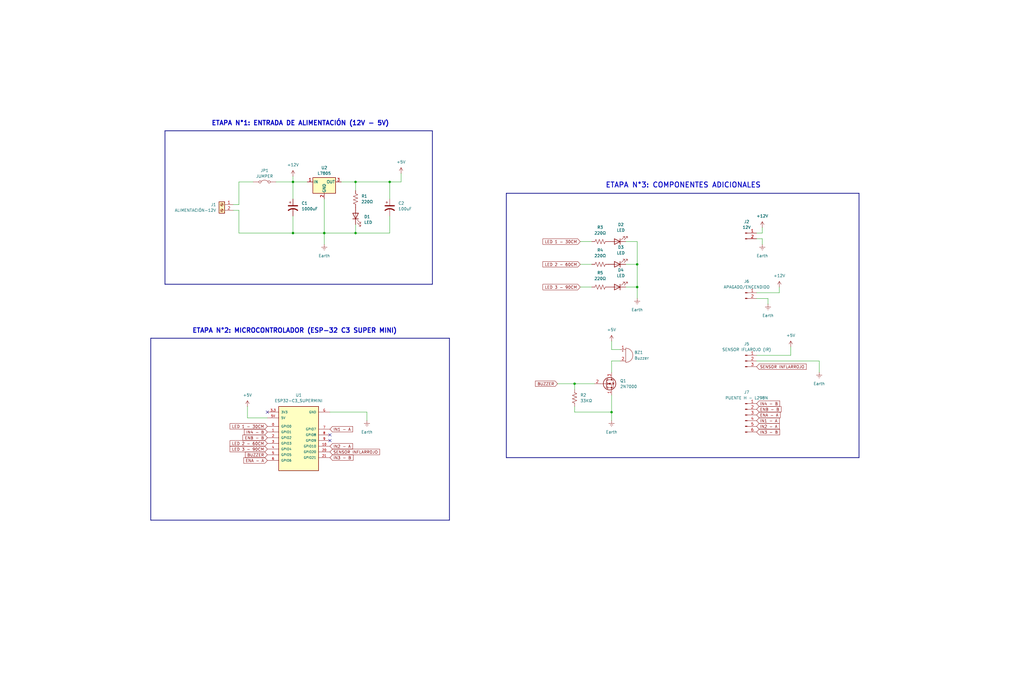
<source format=kicad_sch>
(kicad_sch (version 20231120) (generator "eeschema") (generator_version "8.0")
  (paper "User" 457.2 304.8)
  (lib_symbols
    (symbol "Connector:Conn_01x02_Pin" (pin_names (offset 1.016) hide)
      (property "Reference" "J" (at 0 2.54 0))
      (property "Value" "Conn_01x02_Pin" (at 0 -5.08 0))
      (symbol "Conn_01x02_Pin_1_1"
        (polyline (pts (xy 1.27 -2.54) (xy 0.8636 -2.54)) (stroke (width 0.1524)))
        (polyline (pts (xy 1.27 0) (xy 0.8636 0)) (stroke (width 0.1524)))
        (rectangle (start 0.8636 -2.413) (end 0 -2.667) (stroke (width 0.1524)) (fill (type outline)))
        (rectangle (start 0.8636 0.127) (end 0 -0.127) (stroke (width 0.1524)) (fill (type outline)))
        (pin passive line (at 5.08 0 180) (length 3.81) (name "Pin_1") (number "1"))
        (pin passive line (at 5.08 -2.54 180) (length 3.81) (name "Pin_2") (number "2"))
      )
    )
    (symbol "Connector:Conn_01x03_Pin" (pin_names (offset 1.016) hide)
      (property "Reference" "J" (at 0 5.08 0))
      (property "Value" "Conn_01x03_Pin" (at 0 -5.08 0))
      (symbol "Conn_01x03_Pin_1_1"
        (polyline (pts (xy 1.27 -2.54) (xy 0.8636 -2.54)) (stroke (width 0.1524)))
        (polyline (pts (xy 1.27 0) (xy 0.8636 0)) (stroke (width 0.1524)))
        (polyline (pts (xy 1.27 2.54) (xy 0.8636 2.54)) (stroke (width 0.1524)))
        (rectangle (start 0.8636 -2.413) (end 0 -2.667) (stroke (width 0.1524)) (fill (type outline)))
        (rectangle (start 0.8636 0.127) (end 0 -0.127) (stroke (width 0.1524)) (fill (type outline)))
        (rectangle (start 0.8636 2.667) (end 0 2.413) (stroke (width 0.1524)) (fill (type outline)))
        (pin passive line (at 5.08 2.54 180) (length 3.81) (name "Pin_1") (number "1"))
        (pin passive line (at 5.08 0 180) (length 3.81) (name "Pin_2") (number "2"))
        (pin passive line (at 5.08 -2.54 180) (length 3.81) (name "Pin_3") (number "3"))
      )
    )
    (symbol "Connector:Conn_01x06_Pin" (pin_names (offset 1.016) hide)
      (property "Reference" "J" (at 0 7.62 0))
      (property "Value" "Conn_01x06_Pin" (at 0 -10.16 0))
      (symbol "Conn_01x06_Pin_1_1"
        (polyline (pts (xy 1.27 -7.62) (xy 0.8636 -7.62)) (stroke (width 0.1524)))
        (polyline (pts (xy 1.27 -5.08) (xy 0.8636 -5.08)) (stroke (width 0.1524)))
        (polyline (pts (xy 1.27 -2.54) (xy 0.8636 -2.54)) (stroke (width 0.1524)))
        (polyline (pts (xy 1.27 0) (xy 0.8636 0)) (stroke (width 0.1524)))
        (polyline (pts (xy 1.27 2.54) (xy 0.8636 2.54)) (stroke (width 0.1524)))
        (polyline (pts (xy 1.27 5.08) (xy 0.8636 5.08)) (stroke (width 0.1524)))
        (rectangle (start 0.8636 -7.493) (end 0 -7.747) (stroke (width 0.1524)) (fill (type outline)))
        (rectangle (start 0.8636 -4.953) (end 0 -5.207) (stroke (width 0.1524)) (fill (type outline)))
        (rectangle (start 0.8636 -2.413) (end 0 -2.667) (stroke (width 0.1524)) (fill (type outline)))
        (rectangle (start 0.8636 0.127) (end 0 -0.127) (stroke (width 0.1524)) (fill (type outline)))
        (rectangle (start 0.8636 2.667) (end 0 2.413) (stroke (width 0.1524)) (fill (type outline)))
        (rectangle (start 0.8636 5.207) (end 0 4.953) (stroke (width 0.1524)) (fill (type outline)))
        (pin passive line (at 5.08 5.08 180) (length 3.81) (name "Pin_1") (number "1"))
        (pin passive line (at 5.08 2.54 180) (length 3.81) (name "Pin_2") (number "2"))
        (pin passive line (at 5.08 0 180) (length 3.81) (name "Pin_3") (number "3"))
        (pin passive line (at 5.08 -2.54 180) (length 3.81) (name "Pin_4") (number "4"))
        (pin passive line (at 5.08 -5.08 180) (length 3.81) (name "Pin_5") (number "5"))
        (pin passive line (at 5.08 -7.62 180) (length 3.81) (name "Pin_6") (number "6"))
      )
    )
    (symbol "Connector:Screw_Terminal_01x02" (pin_names (offset 1.016) hide)
      (property "Reference" "J" (at 0 2.54 0))
      (property "Value" "Screw_Terminal_01x02" (at 0 -5.08 0))
      (symbol "Screw_Terminal_01x02_1_1"
        (rectangle (start -1.27 1.27) (end 1.27 -3.81) (stroke (width 0.254)) (fill (type background)))
        (circle (center 0 -2.54) (radius 0.635) (stroke (width 0.1524)))
        (polyline (pts (xy -0.5334 -2.2098) (xy 0.3302 -3.048)) (stroke (width 0.1524)))
        (polyline (pts (xy -0.5334 0.3302) (xy 0.3302 -0.508)) (stroke (width 0.1524)))
        (polyline (pts (xy -0.3556 -2.032) (xy 0.508 -2.8702)) (stroke (width 0.1524)))
        (polyline (pts (xy -0.3556 0.508) (xy 0.508 -0.3302)) (stroke (width 0.1524)))
        (circle (center 0 0) (radius 0.635) (stroke (width 0.1524)))
        (pin passive line (at -5.08 0 0) (length 3.81) (name "Pin_1") (number "1"))
        (pin passive line (at -5.08 -2.54 0) (length 3.81) (name "Pin_2") (number "2"))
      )
    )
    (symbol "Device:Buzzer" (pin_names (offset 0.0254) hide)
      (property "Reference" "BZ" (at 3.81 1.27 0))
      (property "Value" "Buzzer" (at 3.81 -1.27 0))
      (symbol "Buzzer_0_1"
        (arc (start 0 -3.175) (mid 3.1612 0) (end 0 3.175))
        (polyline (pts (xy -1.651 1.905) (xy -1.143 1.905)))
        (polyline (pts (xy -1.397 2.159) (xy -1.397 1.651)))
        (polyline (pts (xy 0 3.175) (xy 0 -3.175)))
      )
      (symbol "Buzzer_1_1"
        (pin passive line (at -2.54 2.54 0) (length 2.54) (name "+") (number "1"))
        (pin passive line (at -2.54 -2.54 0) (length 2.54) (name "-") (number "2"))
      )
    )
    (symbol "Device:C_Polarized_US" (pin_numbers hide) (pin_names (offset 0.254) hide)
      (property "Reference" "C" (at 0.635 2.54 0))
      (property "Value" "C_Polarized_US" (at 0.635 -2.54 0))
      (symbol "C_Polarized_US_0_1"
        (polyline (pts (xy -2.032 0.762) (xy 2.032 0.762)) (stroke (width 0.508)))
        (polyline (pts (xy -1.778 2.286) (xy -0.762 2.286)))
        (polyline (pts (xy -1.27 1.778) (xy -1.27 2.794)))
        (arc (start 2.032 -1.27) (mid 0 -0.5572) (end -2.032 -1.27) (stroke (width 0.508)))
      )
      (symbol "C_Polarized_US_1_1"
        (pin passive line (at 0 3.81 270) (length 2.794) (name "~") (number "1"))
        (pin passive line (at 0 -3.81 90) (length 3.302) (name "~") (number "2"))
      )
    )
    (symbol "Device:LED" (pin_numbers hide) (pin_names (offset 1.016) hide)
      (property "Reference" "D" (at 0 2.54 0))
      (property "Value" "LED" (at 0 -2.54 0))
      (symbol "LED_0_1"
        (polyline (pts (xy -1.27 -1.27) (xy -1.27 1.27)) (stroke (width 0.254)))
        (polyline (pts (xy -1.27 0) (xy 1.27 0)))
        (polyline (pts (xy 1.27 -1.27) (xy 1.27 1.27) (xy -1.27 0) (xy 1.27 -1.27)) (stroke (width 0.254)))
        (polyline (pts (xy -3.048 -0.762) (xy -4.572 -2.286) (xy -3.81 -2.286) (xy -4.572 -2.286) (xy -4.572 -1.524)))
        (polyline (pts (xy -1.778 -0.762) (xy -3.302 -2.286) (xy -2.54 -2.286) (xy -3.302 -2.286) (xy -3.302 -1.524)))
      )
      (symbol "LED_1_1"
        (pin passive line (at -3.81 0 0) (length 2.54) (name "K") (number "1"))
        (pin passive line (at 3.81 0 180) (length 2.54) (name "A") (number "2"))
      )
    )
    (symbol "Device:R_US" (pin_numbers hide) (pin_names (offset 0))
      (property "Reference" "R" (at 2.54 0 90))
      (property "Value" "R_US" (at -2.54 0 90))
      (symbol "R_US_0_1"
        (polyline (pts (xy 0 -2.286) (xy 0 -2.54)))
        (polyline (pts (xy 0 2.286) (xy 0 2.54)))
        (polyline (pts (xy 0 -0.762) (xy 1.016 -1.143) (xy 0 -1.524) (xy -1.016 -1.905) (xy 0 -2.286)))
        (polyline (pts (xy 0 0.762) (xy 1.016 0.381) (xy 0 0) (xy -1.016 -0.381) (xy 0 -0.762)))
        (polyline (pts (xy 0 2.286) (xy 1.016 1.905) (xy 0 1.524) (xy -1.016 1.143) (xy 0 0.762)))
      )
      (symbol "R_US_1_1"
        (pin passive line (at 0 3.81 270) (length 1.27) (name "~") (number "1"))
        (pin passive line (at 0 -3.81 90) (length 1.27) (name "~") (number "2"))
      )
    )
    (symbol "Jumper:Jumper_2_Bridged" (pin_numbers hide) (pin_names (offset 0) hide) (exclude_from_sim yes)
      (property "Reference" "JP" (at 0 1.905 0))
      (property "Value" "Jumper_2_Bridged" (at 0 -2.54 0))
      (symbol "Jumper_2_Bridged_0_0"
        (circle (center -2.032 0) (radius 0.508))
        (circle (center 2.032 0) (radius 0.508))
      )
      (symbol "Jumper_2_Bridged_0_1"
        (arc (start 1.524 0.254) (mid 0 0.762) (end -1.524 0.254))
      )
      (symbol "Jumper_2_Bridged_1_1"
        (pin passive line (at -5.08 0 0) (length 2.54) (name "A") (number "1"))
        (pin passive line (at 5.08 0 180) (length 2.54) (name "B") (number "2"))
      )
    )
    (symbol "MixLib:ESP32-C3_SUPERMINI" (pin_names (offset 1.016))
      (property "Reference" "U" (at -12.7 15.494 0))
      (property "Value" "ESP32-C3_SUPERMINI" (at -12.7 -20.32 0))
      (symbol "ESP32-C3_SUPERMINI_0_0"
        (rectangle (start -12.7 15.24) (end 5.08 -13.462) (stroke (width 0.254)) (fill (type background)))
        (pin bidirectional line (at -17.78 6.35 0) (length 5.08) (name "GPIO0") (number "0"))
        (pin bidirectional line (at -17.78 3.81 0) (length 5.08) (name "GPIO1") (number "1"))
        (pin bidirectional line (at 10.16 -2.54 180) (length 5.08) (name "GPIO10") (number "10"))
        (pin bidirectional line (at -17.78 1.27 0) (length 5.08) (name "GPIO2") (number "2"))
        (pin bidirectional line (at 10.16 -5.08 180) (length 5.08) (name "GPIO20") (number "20"))
        (pin bidirectional line (at 10.16 -7.62 180) (length 5.08) (name "GPIO21") (number "21"))
        (pin bidirectional line (at -17.78 -1.27 0) (length 5.08) (name "GPIO3") (number "3"))
        (pin power_in line (at -17.78 12.7 0) (length 5.08) (name "3V3") (number "3.3"))
        (pin bidirectional line (at -17.78 -3.81 0) (length 5.08) (name "GPIO4") (number "4"))
        (pin bidirectional line (at -17.78 -6.35 0) (length 5.08) (name "GPIO5") (number "5"))
        (pin power_in line (at -17.78 10.16 0) (length 5.08) (name "5V") (number "5V"))
        (pin bidirectional line (at -17.78 -8.89 0) (length 5.08) (name "GPIO6") (number "6"))
        (pin bidirectional line (at 10.16 5.08 180) (length 5.08) (name "GPIO7") (number "7"))
        (pin bidirectional line (at 10.16 2.54 180) (length 5.08) (name "GPIO8") (number "8"))
        (pin bidirectional line (at 10.16 0 180) (length 5.08) (name "GPIO9") (number "9"))
        (pin power_in line (at 10.16 12.7 180) (length 5.08) (name "GND") (number "G"))
      )
    )
    (symbol "Regulator_Linear:L7805" (pin_names (offset 0.254))
      (property "Reference" "U" (at -3.81 3.175 0))
      (property "Value" "L7805" (at 0 3.175 0))
      (symbol "L7805_0_1"
        (rectangle (start -5.08 1.905) (end 5.08 -5.08) (stroke (width 0.254)) (fill (type background)))
      )
      (symbol "L7805_1_1"
        (pin power_in line (at -7.62 0 0) (length 2.54) (name "IN") (number "1"))
        (pin power_in line (at 0 -7.62 90) (length 2.54) (name "GND") (number "2"))
        (pin power_out line (at 7.62 0 180) (length 2.54) (name "OUT") (number "3"))
      )
    )
    (symbol "Transistor_FET:2N7000" (pin_names hide)
      (property "Reference" "Q" (at 5.08 1.905 0))
      (property "Value" "2N7000" (at 5.08 0 0))
      (symbol "2N7000_0_1"
        (polyline (pts (xy 0.254 0) (xy -2.54 0)))
        (polyline (pts (xy 0.254 1.905) (xy 0.254 -1.905)) (stroke (width 0.254)))
        (polyline (pts (xy 0.762 -1.27) (xy 0.762 -2.286)) (stroke (width 0.254)))
        (polyline (pts (xy 0.762 0.508) (xy 0.762 -0.508)) (stroke (width 0.254)))
        (polyline (pts (xy 0.762 2.286) (xy 0.762 1.27)) (stroke (width 0.254)))
        (polyline (pts (xy 2.54 2.54) (xy 2.54 1.778)))
        (polyline (pts (xy 2.54 -2.54) (xy 2.54 0) (xy 0.762 0)))
        (polyline (pts (xy 0.762 -1.778) (xy 3.302 -1.778) (xy 3.302 1.778) (xy 0.762 1.778)))
        (polyline (pts (xy 1.016 0) (xy 2.032 0.381) (xy 2.032 -0.381) (xy 1.016 0)) (fill (type outline)))
        (polyline (pts (xy 2.794 0.508) (xy 2.921 0.381) (xy 3.683 0.381) (xy 3.81 0.254)))
        (polyline (pts (xy 3.302 0.381) (xy 2.921 -0.254) (xy 3.683 -0.254) (xy 3.302 0.381)))
        (circle (center 1.651 0) (radius 2.794) (stroke (width 0.254)))
        (circle (center 2.54 -1.778) (radius 0.254) (fill (type outline)))
        (circle (center 2.54 1.778) (radius 0.254) (fill (type outline)))
      )
      (symbol "2N7000_1_1"
        (pin passive line (at 2.54 -5.08 90) (length 2.54) (name "S") (number "1"))
        (pin input line (at -5.08 0 0) (length 2.54) (name "G") (number "2"))
        (pin passive line (at 2.54 5.08 270) (length 2.54) (name "D") (number "3"))
      )
    )
    (symbol "power:+12V" (power) (pin_numbers hide) (pin_names (offset 0) hide)
      (property "Value" "+12V" (at 0 3.556 0))
      (symbol "+12V_0_1"
        (polyline (pts (xy -0.762 1.27) (xy 0 2.54)))
        (polyline (pts (xy 0 0) (xy 0 2.54)))
        (polyline (pts (xy 0 2.54) (xy 0.762 1.27)))
      )
      (symbol "+12V_1_1"
        (pin power_in line (at 0 0 90) (length 0) (name "~") (number "1"))
      )
    )
    (symbol "power:+5V" (power) (pin_numbers hide) (pin_names (offset 0) hide)
      (property "Value" "+5V" (at 0 3.556 0))
      (symbol "+5V_0_1"
        (polyline (pts (xy -0.762 1.27) (xy 0 2.54)))
        (polyline (pts (xy 0 0) (xy 0 2.54)))
        (polyline (pts (xy 0 2.54) (xy 0.762 1.27)))
      )
      (symbol "+5V_1_1"
        (pin power_in line (at 0 0 90) (length 0) (name "~") (number "1"))
      )
    )
    (symbol "power:Earth" (power) (pin_numbers hide) (pin_names (offset 0) hide)
      (property "Value" "Earth" (at 0 -3.81 0))
      (symbol "Earth_0_1"
        (polyline (pts (xy -0.635 -1.905) (xy 0.635 -1.905)))
        (polyline (pts (xy -0.127 -2.54) (xy 0.127 -2.54)))
        (polyline (pts (xy 0 -1.27) (xy 0 0)))
        (polyline (pts (xy 1.27 -1.27) (xy -1.27 -1.27)))
      )
      (symbol "Earth_1_1"
        (pin power_in line (at 0 0 270) (length 0) (name "~") (number "1"))
      )
    )
  )
  (junction (at 144.78 104.14))
  (junction (at 158.75 104.14))
  (junction (at 284.48 118.11))
  (junction (at 130.81 81.28))
  (junction (at 158.75 81.28))
  (junction (at 173.99 81.28))
  (junction (at 256.54 171.45))
  (junction (at 284.48 128.27))
  (junction (at 130.81 104.14))
  (junction (at 273.05 184.15))
  (no_connect (at 147.32 194.31))
  (no_connect (at 119.38 184.15))
  (no_connect (at 147.32 196.85))
  (wire (pts (xy 104.14 91.44) (xy 106.68 91.44)))
  (wire (pts (xy 337.82 158.75) (xy 353.06 158.75)))
  (wire (pts (xy 106.68 91.44) (xy 106.68 81.28)))
  (wire (pts (xy 342.9 133.35) (xy 342.9 135.89)))
  (bus (pts (xy 200.66 151.13) (xy 200.66 232.41)))
  (wire (pts (xy 340.36 101.6) (xy 340.36 104.14)))
  (wire (pts (xy 337.82 130.81) (xy 347.98 130.81)))
  (wire (pts (xy 340.36 109.22) (xy 340.36 106.68)))
  (bus (pts (xy 73.66 58.42) (xy 73.66 127)))
  (wire (pts (xy 337.82 133.35) (xy 342.9 133.35)))
  (wire (pts (xy 284.48 118.11) (xy 279.4 118.11)))
  (wire (pts (xy 106.68 104.14) (xy 130.81 104.14)))
  (wire (pts (xy 248.92 171.45) (xy 256.54 171.45)))
  (wire (pts (xy 337.82 106.68) (xy 340.36 106.68)))
  (wire (pts (xy 256.54 181.61) (xy 256.54 184.15)))
  (wire (pts (xy 259.08 118.11) (xy 264.16 118.11)))
  (bus (pts (xy 67.31 151.13) (xy 67.31 232.41)))
  (bus (pts (xy 193.04 58.42) (xy 193.04 127)))
  (bus (pts (xy 73.66 58.42) (xy 193.04 58.42)))
  (wire (pts (xy 104.14 93.98) (xy 106.68 93.98)))
  (wire (pts (xy 284.48 107.95) (xy 284.48 118.11)))
  (wire (pts (xy 106.68 93.98) (xy 106.68 104.14)))
  (wire (pts (xy 158.75 104.14) (xy 173.99 104.14)))
  (bus (pts (xy 226.06 204.47) (xy 226.06 86.36)))
  (wire (pts (xy 130.81 81.28) (xy 137.16 81.28)))
  (wire (pts (xy 284.48 128.27) (xy 284.48 133.35)))
  (wire (pts (xy 110.49 181.61) (xy 110.49 186.69)))
  (wire (pts (xy 123.19 81.28) (xy 130.81 81.28)))
  (wire (pts (xy 173.99 81.28) (xy 173.99 88.9)))
  (wire (pts (xy 347.98 130.81) (xy 347.98 128.27)))
  (wire (pts (xy 173.99 96.52) (xy 173.99 104.14)))
  (wire (pts (xy 259.08 128.27) (xy 264.16 128.27)))
  (wire (pts (xy 256.54 184.15) (xy 273.05 184.15)))
  (wire (pts (xy 273.05 184.15) (xy 273.05 187.96)))
  (wire (pts (xy 144.78 104.14) (xy 158.75 104.14)))
  (wire (pts (xy 256.54 171.45) (xy 265.43 171.45)))
  (wire (pts (xy 365.76 161.29) (xy 365.76 166.37)))
  (wire (pts (xy 273.05 166.37) (xy 273.05 161.29)))
  (wire (pts (xy 158.75 100.33) (xy 158.75 104.14)))
  (wire (pts (xy 130.81 96.52) (xy 130.81 104.14)))
  (wire (pts (xy 130.81 81.28) (xy 130.81 88.9)))
  (wire (pts (xy 256.54 171.45) (xy 256.54 173.99)))
  (wire (pts (xy 144.78 88.9) (xy 144.78 104.14)))
  (wire (pts (xy 158.75 81.28) (xy 173.99 81.28)))
  (wire (pts (xy 130.81 78.74) (xy 130.81 81.28)))
  (wire (pts (xy 279.4 107.95) (xy 284.48 107.95)))
  (wire (pts (xy 273.05 152.4) (xy 273.05 156.21)))
  (wire (pts (xy 284.48 118.11) (xy 284.48 128.27)))
  (wire (pts (xy 273.05 176.53) (xy 273.05 184.15)))
  (wire (pts (xy 130.81 104.14) (xy 144.78 104.14)))
  (wire (pts (xy 337.82 104.14) (xy 340.36 104.14)))
  (wire (pts (xy 273.05 156.21) (xy 276.86 156.21)))
  (wire (pts (xy 163.83 184.15) (xy 163.83 187.96)))
  (wire (pts (xy 337.82 161.29) (xy 365.76 161.29)))
  (bus (pts (xy 226.06 86.36) (xy 383.54 86.36)))
  (wire (pts (xy 273.05 161.29) (xy 276.86 161.29)))
  (wire (pts (xy 144.78 104.14) (xy 144.78 109.22)))
  (bus (pts (xy 383.54 86.36) (xy 383.54 204.47)))
  (bus (pts (xy 67.31 151.13) (xy 200.66 151.13)))
  (wire (pts (xy 106.68 81.28) (xy 113.03 81.28)))
  (wire (pts (xy 353.06 158.75) (xy 353.06 154.94)))
  (wire (pts (xy 284.48 128.27) (xy 279.4 128.27)))
  (bus (pts (xy 200.66 232.41) (xy 67.31 232.41)))
  (bus (pts (xy 383.54 204.47) (xy 226.06 204.47)))
  (bus (pts (xy 193.04 127) (xy 73.66 127)))
  (wire (pts (xy 259.08 107.95) (xy 264.16 107.95)))
  (wire (pts (xy 179.07 81.28) (xy 179.07 77.47)))
  (wire (pts (xy 152.4 81.28) (xy 158.75 81.28)))
  (wire (pts (xy 110.49 186.69) (xy 119.38 186.69)))
  (wire (pts (xy 147.32 184.15) (xy 163.83 184.15)))
  (wire (pts (xy 158.75 81.28) (xy 158.75 85.09)))
  (wire (pts (xy 173.99 81.28) (xy 179.07 81.28)))
  (text "ETAPA N°1: ENTRADA DE ALIMENTACIÓN (12V - 5V)\n" (at 134.112 55.118 0) (effects (font (size 2.032 2.032) (thickness 0.4064) (bold yes))))
  (text "ETAPA N°3: COMPONENTES ADICIONALES\n" (at 305.054 82.804 0) (effects (font (size 2.286 2.286) (thickness 0.3556) (bold yes))))
  (text "ETAPA N°2: MICROCONTROLADOR (ESP-32 C3 SUPER MINI)\n" (at 131.572 147.828 0) (effects (font (size 2.032 2.032) (thickness 0.4064) (bold yes))))
  (global_label "BUZZER" (shape input) (at 248.92 171.45 180) (property "Intersheetrefs" "${INTERSHEET_REFS}" (effects (hide yes))))
  (global_label "SENSOR INFLARROJO" (shape input) (at 337.82 163.83 0) (property "Intersheetrefs" "${INTERSHEET_REFS}" (effects (hide yes))))
  (global_label "LED 1 - 30CM" (shape input) (at 259.08 107.95 180) (property "Intersheetrefs" "${INTERSHEET_REFS}" (effects (hide yes))))
  (global_label "LED 3 - 90CM" (shape input) (at 119.38 200.66 180) (property "Intersheetrefs" "${INTERSHEET_REFS}" (effects (hide yes))))
  (global_label "ENB - B" (shape input) (at 119.38 195.58 180) (property "Intersheetrefs" "${INTERSHEET_REFS}" (effects (hide yes))))
  (global_label "LED 3 - 90CM" (shape input) (at 259.08 128.27 180) (property "Intersheetrefs" "${INTERSHEET_REFS}" (effects (hide yes))))
  (global_label "IN2 - A" (shape input) (at 337.82 190.5 0) (property "Intersheetrefs" "${INTERSHEET_REFS}" (effects (hide yes))))
  (global_label "IN1 - A" (shape input) (at 337.82 187.96 0) (property "Intersheetrefs" "${INTERSHEET_REFS}" (effects (hide yes))))
  (global_label "ENB - B" (shape input) (at 337.82 182.88 0) (property "Intersheetrefs" "${INTERSHEET_REFS}" (effects (hide yes))))
  (global_label "LED 1 - 30CM" (shape input) (at 119.38 190.5 180) (property "Intersheetrefs" "${INTERSHEET_REFS}" (effects (hide yes))))
  (global_label "ENA - A" (shape input) (at 119.38 205.74 180) (property "Intersheetrefs" "${INTERSHEET_REFS}" (effects (hide yes))))
  (global_label "ENA - A" (shape input) (at 337.82 185.42 0) (property "Intersheetrefs" "${INTERSHEET_REFS}" (effects (hide yes))))
  (global_label "SENSOR INFLARROJO" (shape input) (at 147.32 201.93 0) (property "Intersheetrefs" "${INTERSHEET_REFS}" (effects (hide yes))))
  (global_label "IN3 - B" (shape input) (at 337.82 193.04 0) (property "Intersheetrefs" "${INTERSHEET_REFS}" (effects (hide yes))))
  (global_label "LED 2 - 60CM" (shape input) (at 119.38 198.12 180) (property "Intersheetrefs" "${INTERSHEET_REFS}" (effects (hide yes))))
  (global_label "IN4 - B" (shape input) (at 119.38 193.04 180) (property "Intersheetrefs" "${INTERSHEET_REFS}" (effects (hide yes))))
  (global_label "IN4 - B" (shape input) (at 337.82 180.34 0) (property "Intersheetrefs" "${INTERSHEET_REFS}" (effects (hide yes))))
  (global_label "LED 2 - 60CM" (shape input) (at 259.08 118.11 180) (property "Intersheetrefs" "${INTERSHEET_REFS}" (effects (hide yes))))
  (global_label "BUZZER" (shape input) (at 119.38 203.2 180) (property "Intersheetrefs" "${INTERSHEET_REFS}" (effects (hide yes))))
  (global_label "IN2 - A" (shape input) (at 147.32 199.39 0) (property "Intersheetrefs" "${INTERSHEET_REFS}" (effects (hide yes))))
  (global_label "IN1 - A" (shape input) (at 147.32 191.77 0) (property "Intersheetrefs" "${INTERSHEET_REFS}" (effects (hide yes))))
  (global_label "IN3 - B" (shape input) (at 147.32 204.47 0) (property "Intersheetrefs" "${INTERSHEET_REFS}" (effects (hide yes))))
  (symbol (lib_id "power:Earth") (at 284.48 133.35 0) (unit 1)
    (property "Reference" "#PWR08" (effects (hide yes)))
    (property "Value" "Earth" (at 284.48 138.43 0))
    (property "Description" "Power symbol creates a global label with name \"Earth\"" (effects (hide yes)))
  )
  (symbol (lib_id "Device:LED") (at 275.59 128.27 180) (unit 1)
    (property "Reference" "D4" (at 277.1775 120.65 0))
    (property "Value" "LED" (at 277.1775 123.19 0))
    (property "Footprint" "Connector_JST:JST_XH_B2B-XH-A_1x02_P2.50mm_Vertical" (effects (hide yes)))
    (property "Description" "Light emitting diode" (effects (hide yes)))
  )
  (symbol (lib_id "Connector:Conn_01x02_Pin") (at 332.74 130.81 0) (unit 1)
    (property "Reference" "J6" (at 333.375 125.73 0))
    (property "Value" "APAGADO/ENCENDIDO" (at 333.375 128.27 0))
    (property "Footprint" "Connector_JST:JST_XH_B2B-XH-A_1x02_P2.50mm_Vertical" (effects (hide yes)))
    (property "Description" "Generic connector, single row, 01x02, script generated" (effects (hide yes)))
  )
  (symbol (lib_id "power:+12V") (at 130.81 78.74 0) (unit 1)
    (property "Reference" "#PWR02" (effects (hide yes)))
    (property "Value" "+12V" (at 130.81 73.66 0))
    (property "Description" "Power symbol creates a global label with name \"+12V\"" (effects (hide yes)))
  )
  (symbol (lib_id "power:Earth") (at 144.78 109.22 0) (unit 1)
    (property "Reference" "#PWR03" (effects (hide yes)))
    (property "Value" "Earth" (at 144.78 114.3 0))
    (property "Description" "Power symbol creates a global label with name \"Earth\"" (effects (hide yes)))
  )
  (symbol (lib_id "Device:R_US") (at 267.97 118.11 270) (unit 1)
    (property "Reference" "R4" (at 267.97 111.76 90))
    (property "Value" "220Ω" (at 267.97 114.3 90))
    (property "Footprint" "Resistor_SMD:R_0805_2012Metric" (effects (hide yes)))
    (property "Description" "Resistor, US symbol" (effects (hide yes)))
  )
  (symbol (lib_id "power:Earth") (at 273.05 187.96 0) (unit 1)
    (property "Reference" "#PWR07" (effects (hide yes)))
    (property "Value" "Earth" (at 273.05 193.04 0))
    (property "Description" "Power symbol creates a global label with name \"Earth\"" (effects (hide yes)))
  )
  (symbol (lib_id "Jumper:Jumper_2_Bridged") (at 118.11 81.28 0) (unit 1) (exclude_from_sim yes)
    (property "Reference" "JP1" (at 118.11 76.2 0))
    (property "Value" "JUMPER" (at 118.11 78.74 0))
    (property "Footprint" "Connector_PinHeader_2.54mm:PinHeader_1x02_P2.54mm_Vertical" (effects (hide yes)))
    (property "Description" "Jumper, 2-pole, closed/bridged" (effects (hide yes)))
  )
  (symbol (lib_id "Device:C_Polarized_US") (at 173.99 92.71 0) (unit 1)
    (property "Reference" "C2" (at 177.8 90.8049 0) (effects (justify left)))
    (property "Value" "100uF" (at 177.8 93.3449 0) (effects (justify left)))
    (property "Footprint" "Capacitor_SMD:CP_Elec_6.3x5.8" (effects (hide yes)))
    (property "Description" "Polarized capacitor, US symbol" (effects (hide yes)))
  )
  (symbol (lib_id "power:+5V") (at 273.05 152.4 0) (unit 1)
    (property "Reference" "#PWR06" (effects (hide yes)))
    (property "Value" "+5V" (at 273.05 147.32 0))
    (property "Description" "Power symbol creates a global label with name \"+5V\"" (effects (hide yes)))
  )
  (symbol (lib_id "power:Earth") (at 340.36 109.22 0) (unit 1)
    (property "Reference" "#PWR09" (effects (hide yes)))
    (property "Value" "Earth" (at 340.36 114.3 0))
    (property "Description" "Power symbol creates a global label with name \"Earth\"" (effects (hide yes)))
  )
  (symbol (lib_id "power:Earth") (at 365.76 166.37 0) (unit 1)
    (property "Reference" "#PWR014" (effects (hide yes)))
    (property "Value" "Earth" (at 365.76 171.45 0))
    (property "Description" "Power symbol creates a global label with name \"Earth\"" (effects (hide yes)))
  )
  (symbol (lib_id "Device:R_US") (at 267.97 128.27 270) (unit 1)
    (property "Reference" "R5" (at 267.97 121.92 90))
    (property "Value" "220Ω" (at 267.97 124.46 90))
    (property "Footprint" "Resistor_SMD:R_0805_2012Metric" (effects (hide yes)))
    (property "Description" "Resistor, US symbol" (effects (hide yes)))
  )
  (symbol (lib_id "Device:Buzzer") (at 279.4 158.75 0) (unit 1)
    (property "Reference" "BZ1" (at 283.21 157.4799 0) (effects (justify left)))
    (property "Value" "Buzzer" (at 283.21 160.0199 0) (effects (justify left)))
    (property "Footprint" "Buzzer_Beeper:MagneticBuzzer_ProSignal_ABT-410-RC" (effects (hide yes)))
    (property "Description" "Buzzer, polarized" (effects (hide yes)))
  )
  (symbol (lib_id "power:Earth") (at 342.9 135.89 0) (unit 1)
    (property "Reference" "#PWR011" (effects (hide yes)))
    (property "Value" "Earth" (at 342.9 140.97 0))
    (property "Description" "Power symbol creates a global label with name \"Earth\"" (effects (hide yes)))
  )
  (symbol (lib_id "Device:R_US") (at 158.75 88.9 0) (unit 1)
    (property "Reference" "R1" (at 161.29 87.6299 0) (effects (justify left)))
    (property "Value" "220Ω" (at 161.29 90.1699 0) (effects (justify left)))
    (property "Footprint" "Resistor_SMD:R_0805_2012Metric" (effects (hide yes)))
    (property "Description" "Resistor, US symbol" (effects (hide yes)))
  )
  (symbol (lib_id "Device:LED") (at 275.59 118.11 180) (unit 1)
    (property "Reference" "D3" (at 277.1775 110.49 0))
    (property "Value" "LED" (at 277.1775 113.03 0))
    (property "Footprint" "Connector_JST:JST_XH_B2B-XH-A_1x02_P2.50mm_Vertical" (effects (hide yes)))
    (property "Description" "Light emitting diode" (effects (hide yes)))
  )
  (symbol (lib_id "Device:R_US") (at 267.97 107.95 270) (unit 1)
    (property "Reference" "R3" (at 267.97 101.6 90))
    (property "Value" "220Ω" (at 267.97 104.14 90))
    (property "Footprint" "Resistor_SMD:R_0805_2012Metric" (effects (hide yes)))
    (property "Description" "Resistor, US symbol" (effects (hide yes)))
  )
  (symbol (lib_id "power:+5V") (at 110.49 181.61 0) (unit 1)
    (property "Reference" "#PWR01" (effects (hide yes)))
    (property "Value" "+5V" (at 110.49 176.53 0))
    (property "Description" "Power symbol creates a global label with name \"+5V\"" (effects (hide yes)))
  )
  (symbol (lib_id "Connector:Conn_01x06_Pin") (at 332.74 185.42 0) (unit 1)
    (property "Reference" "J7" (at 333.375 175.26 0))
    (property "Value" "PUENTE H - L298N" (at 333.375 177.8 0))
    (property "Footprint" "Connector_JST:JST_XH_B6B-XH-A_1x06_P2.50mm_Vertical" (effects (hide yes)))
    (property "Description" "Generic connector, single row, 01x06, script generated" (effects (hide yes)))
  )
  (symbol (lib_id "MixLib:ESP32-C3_SUPERMINI") (at 137.16 196.85 0) (unit 1)
    (property "Reference" "U1" (at 133.35 176.53 0))
    (property "Value" "ESP32-C3_SUPERMINI" (at 133.35 179.07 0))
    (property "Footprint" "MixLib:MODULE_ESP32-C3_SUPERMINI" (effects (hide yes)))
    (property "MF" "Espressif Systems" (effects (hide yes)))
    (property "MAXIMUM_PACKAGE_HEIGHT" "4.2mm" (effects (hide yes)))
    (property "Package" "Package" (effects (hide yes)))
    (property "Price" "None" (effects (hide yes)))
    (property "Check_prices" "https://www.snapeda.com/parts/ESP32-C3%20SuperMini/Espressif+Systems/view-part/?ref=eda" (effects (hide yes)))
    (property "STANDARD" "Manufacturer Recommendations" (effects (hide yes)))
    (property "SnapEDA_Link" "https://www.snapeda.com/parts/ESP32-C3%20SuperMini/Espressif+Systems/view-part/?ref=snap" (effects (hide yes)))
    (property "MP" "ESP32-C3 SuperMini" (effects (hide yes)))
    (property "Description_1" "\nSuper tiny ESP32-C3 board\n" (effects (hide yes)))
    (property "Availability" "Not in stock" (effects (hide yes)))
    (property "MANUFACTURER" "Espressif" (effects (hide yes)))
  )
  (symbol (lib_id "Transistor_FET:2N7000") (at 270.51 171.45 0) (unit 1)
    (property "Reference" "Q1" (at 276.86 170.1799 0) (effects (justify left)))
    (property "Value" "2N7000" (at 276.86 172.7199 0) (effects (justify left)))
    (property "Footprint" "Package_TO_SOT_SMD:SOT-23" (effects (hide yes)))
    (property "Datasheet" "https://www.vishay.com/docs/70226/70226.pdf" (effects (hide yes)))
    (property "Description" "0.2A Id, 200V Vds, N-Channel MOSFET, 2.6V Logic Level, TO-92" (effects (hide yes)))
  )
  (symbol (lib_id "Regulator_Linear:L7805") (at 144.78 81.28 0) (unit 1)
    (property "Reference" "U2" (at 144.78 74.93 0))
    (property "Value" "L7805" (at 144.78 77.47 0))
    (property "Footprint" "Package_TO_SOT_SMD:TO-252-2" (effects (hide yes)))
    (property "Datasheet" "http://www.st.com/content/ccc/resource/technical/document/datasheet/41/4f/b3/b0/12/d4/47/88/CD00000444.pdf/files/CD00000444.pdf/jcr:content/translations/en.CD00000444.pdf" (effects (hide yes)))
    (property "Description" "Positive 1.5A 35V Linear Regulator, Fixed Output 5V, TO-220/TO-263/TO-252" (effects (hide yes)))
  )
  (symbol (lib_id "Device:C_Polarized_US") (at 130.81 92.71 0) (unit 1)
    (property "Reference" "C1" (at 134.62 90.8049 0) (effects (justify left)))
    (property "Value" "1000uF" (at 134.62 93.3449 0) (effects (justify left)))
    (property "Footprint" "Capacitor_SMD:CP_Elec_8x10.5" (effects (hide yes)))
    (property "Description" "Polarized capacitor, US symbol" (effects (hide yes)))
  )
  (symbol (lib_id "Connector:Conn_01x03_Pin") (at 332.74 161.29 0) (unit 1)
    (property "Reference" "J5" (at 333.375 153.67 0))
    (property "Value" "SENSOR IFLAROJO (IR)" (at 333.375 156.21 0))
    (property "Footprint" "Connector_JST:JST_XH_B3B-XH-A_1x03_P2.50mm_Vertical" (effects (hide yes)))
    (property "Description" "Generic connector, single row, 01x03, script generated" (effects (hide yes)))
  )
  (symbol (lib_id "power:+5V") (at 353.06 154.94 0) (unit 1)
    (property "Reference" "#PWR012" (effects (hide yes)))
    (property "Value" "+5V" (at 353.06 149.86 0))
    (property "Description" "Power symbol creates a global label with name \"+5V\"" (effects (hide yes)))
  )
  (symbol (lib_id "power:Earth") (at 163.83 187.96 0) (unit 1)
    (property "Reference" "#PWR04" (effects (hide yes)))
    (property "Value" "Earth" (at 163.83 193.04 0))
    (property "Description" "Power symbol creates a global label with name \"Earth\"" (effects (hide yes)))
  )
  (symbol (lib_id "power:+12V") (at 340.36 101.6 0) (unit 1)
    (property "Reference" "#PWR013" (effects (hide yes)))
    (property "Value" "+12V" (at 340.36 96.52 0))
    (property "Description" "Power symbol creates a global label with name \"+12V\"" (effects (hide yes)))
  )
  (symbol (lib_id "Device:LED") (at 275.59 107.95 180) (unit 1)
    (property "Reference" "D2" (at 277.1775 100.33 0))
    (property "Value" "LED" (at 277.1775 102.87 0))
    (property "Footprint" "Connector_JST:JST_XH_B2B-XH-A_1x02_P2.50mm_Vertical" (effects (hide yes)))
    (property "Description" "Light emitting diode" (effects (hide yes)))
  )
  (symbol (lib_id "Connector:Screw_Terminal_01x02") (at 99.06 91.44 0) (mirror y) (unit 1)
    (property "Reference" "J1" (at 96.52 91.4399 0) (effects (justify left)))
    (property "Value" "ALIMENTACIÓN-12V" (at 96.52 93.9799 0) (effects (justify left)))
    (property "Footprint" "TerminalBlock:TerminalBlock_bornier-2_P5.08mm" (effects (hide yes)))
    (property "Description" "Generic screw terminal, single row, 01x02, script generated (kicad-library-utils/schlib/autogen/connector/)" (effects (hide yes)))
  )
  (symbol (lib_id "Connector:Conn_01x02_Pin") (at 332.74 104.14 0) (unit 1)
    (property "Reference" "J2" (at 333.375 99.06 0))
    (property "Value" "12V" (at 333.375 101.6 0))
    (property "Footprint" "Connector_PinHeader_2.54mm:PinHeader_1x02_P2.54mm_Vertical" (effects (hide yes)))
    (property "Description" "Generic connector, single row, 01x02, script generated" (effects (hide yes)))
  )
  (symbol (lib_id "Device:LED") (at 158.75 96.52 90) (unit 1)
    (property "Reference" "D1" (at 162.56 96.8374 90) (effects (justify right)))
    (property "Value" "LED" (at 162.56 99.3774 90) (effects (justify right)))
    (property "Footprint" "LED_SMD:LED_0805_2012Metric" (effects (hide yes)))
    (property "Description" "Light emitting diode" (effects (hide yes)))
  )
  (symbol (lib_id "power:+5V") (at 179.07 77.47 0) (unit 1)
    (property "Reference" "#PWR05" (effects (hide yes)))
    (property "Value" "+5V" (at 179.07 72.39 0))
    (property "Description" "Power symbol creates a global label with name \"+5V\"" (effects (hide yes)))
  )
  (symbol (lib_id "power:+12V") (at 347.98 128.27 0) (unit 1)
    (property "Reference" "#PWR010" (effects (hide yes)))
    (property "Value" "+12V" (at 347.98 123.19 0))
    (property "Description" "Power symbol creates a global label with name \"+12V\"" (effects (hide yes)))
  )
  (symbol (lib_id "Device:R_US") (at 256.54 177.8 0) (unit 1)
    (property "Reference" "R2" (at 259.08 176.5299 0) (effects (justify left)))
    (property "Value" "33KΩ" (at 259.08 179.0699 0) (effects (justify left)))
    (property "Footprint" "Resistor_SMD:R_0805_2012Metric" (effects (hide yes)))
    (property "Description" "Resistor, US symbol" (effects (hide yes)))
  )
)
</source>
